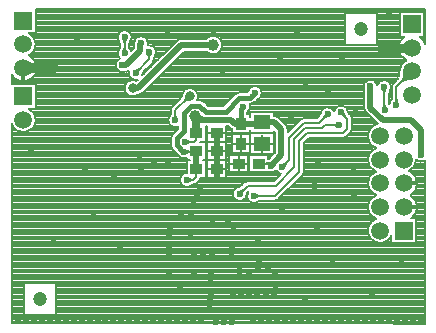
<source format=gbl>
G04*
G04 #@! TF.GenerationSoftware,Altium Limited,Altium Designer,18.1.6 (161)*
G04*
G04 Layer_Physical_Order=2*
G04 Layer_Color=16711680*
%FSLAX24Y24*%
%MOIN*%
G70*
G01*
G75*
%ADD12C,0.0079*%
%ADD40C,0.0157*%
%ADD41C,0.0472*%
%ADD44R,0.0394X0.0354*%
%ADD45R,0.0354X0.0394*%
%ADD47R,0.0571X0.0453*%
%ADD50C,0.0118*%
%ADD51C,0.0197*%
%ADD54C,0.0276*%
%ADD56C,0.0315*%
%ADD66C,0.0591*%
%ADD67R,0.0591X0.0591*%
%ADD68R,0.0591X0.0591*%
%ADD69C,0.0236*%
%ADD70C,0.0394*%
%ADD71C,0.0315*%
G36*
X27986Y36811D02*
X27954Y36811D01*
X27896Y36807D01*
X27871Y36803D01*
X27848Y36799D01*
X27828Y36793D01*
X27810Y36787D01*
X27794Y36780D01*
X27781Y36771D01*
X27770Y36762D01*
Y37175D01*
X27781Y37166D01*
X27794Y37157D01*
X27810Y37150D01*
X27828Y37144D01*
X27848Y37138D01*
X27871Y37134D01*
X27896Y37130D01*
X27954Y37126D01*
X27986Y37126D01*
Y36811D01*
D02*
G37*
G36*
X30974Y37633D02*
X30975Y37622D01*
X30976Y37611D01*
X30978Y37601D01*
X30981Y37591D01*
X30985Y37581D01*
X30990Y37571D01*
X30996Y37562D01*
X31002Y37553D01*
X31009Y37544D01*
X31018Y37535D01*
X30852D01*
X30861Y37544D01*
X30868Y37553D01*
X30874Y37562D01*
X30880Y37571D01*
X30885Y37581D01*
X30889Y37591D01*
X30892Y37601D01*
X30894Y37611D01*
X30895Y37622D01*
X30896Y37633D01*
X30974D01*
D02*
G37*
G36*
X30896Y37810D02*
X30895Y37821D01*
X30894Y37832D01*
X30892Y37842D01*
X30889Y37852D01*
X30885Y37862D01*
X30880Y37872D01*
X30874Y37881D01*
X30868Y37890D01*
X30861Y37899D01*
X30852Y37908D01*
X31018D01*
X31009Y37899D01*
X31002Y37890D01*
X30996Y37881D01*
X30990Y37872D01*
X30985Y37862D01*
X30981Y37852D01*
X30978Y37842D01*
X30976Y37832D01*
X30975Y37821D01*
X30974Y37810D01*
X30896D01*
D02*
G37*
G36*
X32661Y35410D02*
X32661Y35399D01*
X32662Y35388D01*
X32665Y35378D01*
X32668Y35367D01*
X32671Y35357D01*
X32676Y35348D01*
X32682Y35338D01*
X32688Y35329D01*
X32695Y35320D01*
X32704Y35311D01*
X32538Y35314D01*
X32547Y35322D01*
X32554Y35331D01*
X32561Y35340D01*
X32566Y35349D01*
X32571Y35359D01*
X32575Y35369D01*
X32578Y35379D01*
X32580Y35389D01*
X32582Y35400D01*
X32582Y35411D01*
X32661Y35410D01*
D02*
G37*
G36*
X31456Y36902D02*
X31448Y36894D01*
X31442Y36886D01*
X31436Y36877D01*
X31431Y36867D01*
X31427Y36858D01*
X31423Y36847D01*
X31421Y36837D01*
X31419Y36826D01*
X31418Y36814D01*
X31417Y36802D01*
X31300Y36919D01*
X31312Y36920D01*
X31324Y36921D01*
X31335Y36923D01*
X31345Y36925D01*
X31356Y36929D01*
X31365Y36933D01*
X31375Y36938D01*
X31384Y36944D01*
X31392Y36950D01*
X31400Y36958D01*
X31456Y36902D01*
D02*
G37*
G36*
X31713Y37318D02*
X31712Y37329D01*
X31711Y37339D01*
X31709Y37350D01*
X31706Y37360D01*
X31702Y37370D01*
X31697Y37380D01*
X31691Y37389D01*
X31685Y37398D01*
X31678Y37407D01*
X31669Y37416D01*
X31835D01*
X31826Y37407D01*
X31819Y37398D01*
X31813Y37389D01*
X31807Y37380D01*
X31802Y37370D01*
X31798Y37360D01*
X31795Y37350D01*
X31793Y37339D01*
X31792Y37329D01*
X31791Y37318D01*
X31713D01*
D02*
G37*
G36*
X33194Y33199D02*
X33183Y33198D01*
X33172Y33197D01*
X33162Y33195D01*
X33152Y33192D01*
X33142Y33188D01*
X33132Y33183D01*
X33123Y33178D01*
X33114Y33171D01*
X33105Y33164D01*
X33096Y33156D01*
Y33321D01*
X33105Y33313D01*
X33114Y33305D01*
X33123Y33299D01*
X33132Y33293D01*
X33142Y33288D01*
X33152Y33284D01*
X33162Y33281D01*
X33172Y33279D01*
X33183Y33278D01*
X33194Y33278D01*
Y33199D01*
D02*
G37*
G36*
X33096Y34134D02*
X33085Y34133D01*
X33074Y34132D01*
X33064Y34130D01*
X33053Y34127D01*
X33043Y34123D01*
X33034Y34118D01*
X33024Y34113D01*
X33015Y34106D01*
X33006Y34099D01*
X32998Y34091D01*
Y34256D01*
X33006Y34248D01*
X33015Y34240D01*
X33024Y34234D01*
X33034Y34228D01*
X33043Y34223D01*
X33053Y34220D01*
X33064Y34216D01*
X33074Y34214D01*
X33085Y34213D01*
X33096Y34213D01*
Y34134D01*
D02*
G37*
G36*
X32835Y34338D02*
X32844Y34328D01*
X32880Y34297D01*
X32885Y34293D01*
X32889Y34291D01*
X32892Y34290D01*
X32894Y34290D01*
X32796Y34156D01*
X32747Y34203D01*
X32835Y34338D01*
D02*
G37*
G36*
X33135Y34459D02*
X33124Y34458D01*
X33113Y34457D01*
X33103Y34455D01*
X33093Y34452D01*
X33083Y34448D01*
X33073Y34443D01*
X33064Y34437D01*
X33055Y34431D01*
X33046Y34424D01*
X33037Y34415D01*
Y34581D01*
X33046Y34572D01*
X33055Y34565D01*
X33064Y34559D01*
X33073Y34553D01*
X33083Y34548D01*
X33093Y34544D01*
X33103Y34541D01*
X33113Y34539D01*
X33124Y34538D01*
X33135Y34537D01*
Y34459D01*
D02*
G37*
G36*
X33560Y35148D02*
X33332Y35165D01*
X33471Y35392D01*
X33474Y35383D01*
X33479Y35375D01*
X33486Y35368D01*
X33495Y35362D01*
X33506Y35356D01*
X33519Y35352D01*
X33534Y35349D01*
X33551Y35346D01*
X33571Y35345D01*
X33592Y35344D01*
X33560Y35148D01*
D02*
G37*
G36*
X32901Y35890D02*
X32909Y35899D01*
X32917Y35910D01*
X32924Y35921D01*
X32931Y35934D01*
X32936Y35948D01*
X32941Y35964D01*
X32945Y35980D01*
X32949Y35997D01*
X32953Y36036D01*
X33095Y35867D01*
X33076Y35868D01*
X33058Y35868D01*
X33042Y35867D01*
X33026Y35865D01*
X33011Y35862D01*
X32997Y35858D01*
X32984Y35852D01*
X32972Y35846D01*
X32961Y35838D01*
X32952Y35829D01*
X32901Y35890D01*
D02*
G37*
G36*
X34922Y32868D02*
X34915Y32860D01*
X34908Y32852D01*
X34902Y32843D01*
X34897Y32834D01*
X34893Y32824D01*
X34889Y32814D01*
X34887Y32803D01*
X34885Y32792D01*
X34884Y32780D01*
X34884Y32769D01*
X34767Y32885D01*
X34779Y32886D01*
X34790Y32887D01*
X34801Y32889D01*
X34812Y32891D01*
X34822Y32895D01*
X34832Y32899D01*
X34841Y32904D01*
X34850Y32910D01*
X34858Y32917D01*
X34866Y32924D01*
X34922Y32868D01*
D02*
G37*
G36*
X35430Y32659D02*
X35419Y32659D01*
X35408Y32657D01*
X35398Y32655D01*
X35388Y32652D01*
X35378Y32648D01*
X35368Y32643D01*
X35359Y32638D01*
X35350Y32631D01*
X35341Y32624D01*
X35332Y32616D01*
Y32781D01*
X35341Y32773D01*
X35350Y32766D01*
X35359Y32759D01*
X35368Y32753D01*
X35378Y32749D01*
X35388Y32745D01*
X35398Y32742D01*
X35408Y32740D01*
X35419Y32738D01*
X35430Y32738D01*
Y32659D01*
D02*
G37*
G36*
X35640Y33819D02*
X35777Y33825D01*
X35690Y33693D01*
X35688Y33702D01*
X35685Y33710D01*
X35681Y33717D01*
X35676Y33723D01*
X35670Y33728D01*
X35662Y33733D01*
X35654Y33736D01*
X35644Y33738D01*
X35634Y33740D01*
X35622Y33740D01*
X35640Y33819D01*
D02*
G37*
G36*
X36348Y33762D02*
X36340Y33754D01*
X36334Y33746D01*
X36328Y33737D01*
X36323Y33728D01*
X36318Y33718D01*
X36315Y33708D01*
X36312Y33697D01*
X36310Y33686D01*
X36309Y33675D01*
X36309Y33663D01*
X36192Y33780D01*
X36204Y33780D01*
X36216Y33781D01*
X36227Y33783D01*
X36237Y33785D01*
X36247Y33789D01*
X36257Y33793D01*
X36267Y33798D01*
X36275Y33804D01*
X36284Y33811D01*
X36292Y33818D01*
X36348Y33762D01*
D02*
G37*
G36*
X34734Y35512D02*
X34768Y35649D01*
X34900Y35562D01*
X34898Y35561D01*
X34897Y35559D01*
X34896Y35555D01*
X34895Y35550D01*
X34894Y35544D01*
X34892Y35527D01*
X34892Y35491D01*
X34734Y35512D01*
D02*
G37*
G36*
X35108Y36075D02*
X35157Y36131D01*
X35274Y36014D01*
X35273Y36013D01*
X35270Y36012D01*
X35267Y36009D01*
X35258Y36001D01*
X35228Y35973D01*
X35219Y35964D01*
X35108Y36075D01*
D02*
G37*
G36*
X37540Y35322D02*
X37548Y35330D01*
X37554Y35339D01*
X37560Y35348D01*
X37565Y35357D01*
X37569Y35367D01*
X37573Y35377D01*
X37576Y35388D01*
X37577Y35399D01*
X37578Y35410D01*
X37579Y35422D01*
X37696Y35305D01*
X37684Y35305D01*
X37672Y35304D01*
X37661Y35302D01*
X37651Y35299D01*
X37640Y35296D01*
X37631Y35292D01*
X37621Y35286D01*
X37612Y35281D01*
X37604Y35274D01*
X37596Y35267D01*
X37540Y35322D01*
D02*
G37*
G36*
X40508Y36558D02*
X40463Y36557D01*
X40383Y36553D01*
X40347Y36548D01*
X40316Y36542D01*
X40287Y36535D01*
X40262Y36527D01*
X40240Y36517D01*
X40222Y36505D01*
X40207Y36493D01*
X40151Y36548D01*
X40164Y36563D01*
X40175Y36582D01*
X40185Y36604D01*
X40194Y36629D01*
X40201Y36657D01*
X40207Y36689D01*
X40211Y36724D01*
X40216Y36805D01*
X40216Y36850D01*
X40508Y36558D01*
D02*
G37*
G36*
X39661Y36236D02*
X39654Y36227D01*
X39647Y36218D01*
X39642Y36208D01*
X39637Y36199D01*
X39633Y36189D01*
X39630Y36179D01*
X39628Y36168D01*
X39626Y36157D01*
X39626Y36147D01*
X39547D01*
X39547Y36157D01*
X39546Y36168D01*
X39543Y36179D01*
X39540Y36189D01*
X39536Y36199D01*
X39532Y36208D01*
X39526Y36218D01*
X39520Y36227D01*
X39512Y36236D01*
X39504Y36244D01*
X39669D01*
X39661Y36236D01*
D02*
G37*
G36*
X40030Y35909D02*
X40031Y35899D01*
X40033Y35888D01*
X40036Y35878D01*
X40040Y35868D01*
X40045Y35859D01*
X40051Y35849D01*
X40057Y35840D01*
X40065Y35831D01*
X40073Y35823D01*
X39907D01*
X39916Y35831D01*
X39923Y35840D01*
X39930Y35849D01*
X39935Y35859D01*
X39940Y35868D01*
X39944Y35878D01*
X39947Y35888D01*
X39949Y35899D01*
X39950Y35909D01*
X39951Y35920D01*
X40030D01*
X40030Y35909D01*
D02*
G37*
G36*
X39626Y35739D02*
X39628Y35728D01*
X39630Y35718D01*
X39634Y35709D01*
X39638Y35700D01*
X39644Y35692D01*
X39650Y35685D01*
X39658Y35679D01*
X39666Y35673D01*
X39676Y35668D01*
X39520Y35613D01*
X39525Y35624D01*
X39534Y35646D01*
X39537Y35657D01*
X39543Y35678D01*
X39545Y35689D01*
X39547Y35710D01*
X39547Y35720D01*
X39626Y35750D01*
X39626Y35739D01*
D02*
G37*
G36*
X38268Y35469D02*
X38269Y35458D01*
X38271Y35447D01*
X38274Y35436D01*
X38277Y35426D01*
X38281Y35416D01*
X38286Y35407D01*
X38292Y35398D01*
X38299Y35389D01*
X38306Y35381D01*
X38251Y35326D01*
X38243Y35333D01*
X38234Y35340D01*
X38225Y35346D01*
X38216Y35351D01*
X38206Y35355D01*
X38196Y35358D01*
X38185Y35361D01*
X38174Y35363D01*
X38163Y35364D01*
X38151Y35364D01*
X38268Y35481D01*
X38268Y35469D01*
D02*
G37*
G36*
X37996Y34976D02*
X37988Y34985D01*
X37979Y34992D01*
X37970Y34998D01*
X37960Y35004D01*
X37951Y35009D01*
X37941Y35013D01*
X37931Y35016D01*
X37920Y35018D01*
X37909Y35019D01*
X37898Y35020D01*
Y35098D01*
X37909Y35099D01*
X37920Y35100D01*
X37931Y35102D01*
X37941Y35105D01*
X37951Y35109D01*
X37960Y35114D01*
X37970Y35120D01*
X37979Y35126D01*
X37988Y35134D01*
X37996Y35142D01*
Y34976D01*
D02*
G37*
D12*
X40945Y37770D02*
G03*
X40766Y38014I-434J-129D01*
G01*
X40331Y37225D02*
G03*
X40098Y36862I180J-372D01*
G01*
X40256Y38014D02*
G03*
X40331Y37225I255J-374D01*
G01*
X39823Y36329D02*
G03*
X39357Y36385I-236J0D01*
G01*
X39879Y36443D02*
G03*
X39833Y36332I111J-112D01*
G01*
X39357Y36385D02*
G03*
X38907Y36254I-233J-37D01*
G01*
X39879Y36443D02*
G03*
X39833Y36332I111J-111D01*
G01*
X39763Y36172D02*
G03*
X39823Y36329I-176J157D01*
G01*
X39814Y35895D02*
G03*
X39755Y35759I176J-157D01*
G01*
X38907Y35645D02*
G03*
X38971Y35492I217J0D01*
G01*
X38907Y35645D02*
G03*
X38971Y35492I217J0D01*
G01*
X38514Y35276D02*
G03*
X38467Y35387I-157J0D01*
G01*
X38468Y34820D02*
G03*
X38514Y34931I-111J111D01*
G01*
Y35276D02*
G03*
X38468Y35387I-157J0D01*
G01*
X38385Y35496D02*
G03*
X37915Y35513I-236J-14D01*
G01*
D02*
G03*
X37461Y35437I-219J-90D01*
G01*
X35328Y35901D02*
G03*
X35512Y36132I-52J230D01*
G01*
X36900Y35285D02*
G03*
X36788Y35239I0J-157D01*
G01*
X36900Y35285D02*
G03*
X36788Y35239I0J-157D01*
G01*
X36078Y35301D02*
G03*
X35925Y35364I-153J-153D01*
G01*
X36079Y35300D02*
G03*
X35925Y35364I-153J-153D01*
G01*
X35512Y36132D02*
G03*
X35046Y36187I-236J0D01*
G01*
X35105Y35758D02*
G03*
X35238Y35816I-6J197D01*
G01*
X34754Y36152D02*
G03*
X34615Y36094I0J-197D01*
G01*
X35105Y35758D02*
G03*
X35238Y35816I-6J197D01*
G01*
X34754Y36152D02*
G03*
X34615Y36094I0J-197D01*
G01*
X35118Y35679D02*
G03*
X35105Y35758I-236J0D01*
G01*
X35011Y35481D02*
G03*
X35118Y35679I-129J198D01*
G01*
X38467Y34820D02*
G03*
X38514Y34931I-111J112D01*
G01*
X36368Y34921D02*
G03*
X36305Y35074I-217J0D01*
G01*
X36368Y34921D02*
G03*
X36304Y35075I-217J0D01*
G01*
X38228Y34646D02*
G03*
X38340Y34692I0J157D01*
G01*
X38228Y34646D02*
G03*
X38340Y34692I0J157D01*
G01*
X34458Y34961D02*
G03*
X34518Y34918I153J153D01*
G01*
X34457Y34961D02*
G03*
X34518Y34918I153J153D01*
G01*
X40649Y33919D02*
G03*
X40945Y33870I177J156D01*
G01*
X40416Y33535D02*
G03*
X40650Y33907I-180J372D01*
G01*
X39323Y34301D02*
G03*
X39323Y33514I126J-394D01*
G01*
X39364Y35099D02*
G03*
X39323Y34301I85J-405D01*
G01*
X40689Y33120D02*
G03*
X40416Y33535I-453J0D01*
G01*
X39323Y33514D02*
G03*
X39323Y32726I126J-394D01*
G01*
X40460D02*
G03*
X40689Y33120I-224J394D01*
G01*
Y32333D02*
G03*
X40460Y32726I-453J0D01*
G01*
X40491Y31959D02*
G03*
X40689Y32333I-255J374D01*
G01*
X39323Y31939D02*
G03*
X39823Y31369I126J-394D01*
G01*
X39323Y32726D02*
G03*
X39323Y31939I126J-394D01*
G01*
X35982Y33552D02*
G03*
X36141Y33431I209J110D01*
G01*
X36863Y33402D02*
G03*
X36909Y33514I-111J112D01*
G01*
X35719Y33492D02*
G03*
X35982Y33552I89J219D01*
G01*
X36863Y33402D02*
G03*
X36909Y33514I-111J111D01*
G01*
X35937Y32541D02*
G03*
X36048Y32587I0J157D01*
G01*
X35937Y32541D02*
G03*
X36048Y32587I0J157D01*
G01*
X35039Y33199D02*
G03*
X34928Y33153I0J-157D01*
G01*
X35053Y32832D02*
G03*
X35405Y32522I195J-134D01*
G01*
X35039Y33199D02*
G03*
X34928Y33152I0J-157D01*
G01*
X34752Y33003D02*
G03*
X35001Y32754I14J-236D01*
G01*
X34193Y37726D02*
G03*
X33649Y37943I-315J0D01*
G01*
Y37510D02*
G03*
X34193Y37726I229J217D01*
G01*
X32825Y37943D02*
G03*
X32672Y37879I0J-217D01*
G01*
X32825Y37943D02*
G03*
X32671Y37879I0J-217D01*
G01*
X33386Y36024D02*
G03*
X32837Y36061I-276J0D01*
G01*
X33359Y35906D02*
G03*
X33386Y36024I-249J118D01*
G01*
X33564Y35848D02*
G03*
X33424Y35906I-139J-139D01*
G01*
X33564Y35848D02*
G03*
X33424Y35906I-139J-139D01*
G01*
X32510Y35666D02*
G03*
X32464Y35554I111J-112D01*
G01*
X32510Y35666D02*
G03*
X32464Y35554I111J-111D01*
G01*
X32446Y35388D02*
G03*
X32707Y35008I174J-160D01*
G01*
X31713Y37795D02*
G03*
X31240Y37785I-236J0D01*
G01*
X31704Y37731D02*
G03*
X31713Y37795I-227J64D01*
G01*
X31111Y37835D02*
G03*
X31171Y37992I-176J157D01*
G01*
D02*
G03*
X30759Y37835I-236J0D01*
G01*
X31928Y37343D02*
G03*
X31988Y37500I-176J157D01*
G01*
X31863Y37142D02*
G03*
X31909Y37254I-111J112D01*
G01*
X31988Y37500D02*
G03*
X31704Y37731I-236J0D01*
G01*
X31863Y37143D02*
G03*
X31909Y37254I-111J111D01*
G01*
X31153Y37542D02*
G03*
X31111Y37608I-218J-91D01*
G01*
X27972Y37756D02*
G03*
X27735Y38130I-413J0D01*
G01*
X30759Y37608D02*
G03*
X30774Y37278I176J-157D01*
G01*
Y37278D02*
G03*
X30951Y36841I83J-221D01*
G01*
X27739Y37384D02*
G03*
X27972Y37756I-180J372D01*
G01*
X28012Y36969D02*
G03*
X27739Y37384I-453J0D01*
G01*
X30974Y36841D02*
G03*
X31071Y36863I0J217D01*
G01*
X30974Y36841D02*
G03*
X31071Y36863I0J217D01*
G01*
X31525Y36733D02*
G03*
X31535Y36788I-226J68D01*
G01*
X31388Y36073D02*
G03*
X31541Y36136I0J217D01*
G01*
X31388Y36073D02*
G03*
X31541Y36137I0J217D01*
G01*
X31071Y36863D02*
G03*
X31367Y36575I228J-62D01*
G01*
X31327Y36535D02*
G03*
X31371Y36073I-126J-245D01*
G01*
X27165Y36745D02*
G03*
X28012Y36969I394J224D01*
G01*
X27972Y35236D02*
G03*
X27735Y35610I-413J0D01*
G01*
X32538Y34775D02*
G03*
X32480Y34636I139J-139D01*
G01*
X32538Y34775D02*
G03*
X32480Y34636I139J-139D01*
G01*
X32693Y34088D02*
G03*
X33012Y33958I220J85D01*
G01*
X27165Y35110D02*
G03*
X27972Y35236I394J126D01*
G01*
X32480Y34384D02*
G03*
X32538Y34245I197J0D01*
G01*
X32480Y34384D02*
G03*
X32538Y34245I197J0D01*
G01*
X33438Y33235D02*
G03*
X33476Y33297I-111J112D01*
G01*
X33438Y33235D02*
G03*
X33476Y33297I-111J111D01*
G01*
X33219Y33081D02*
G03*
X33330Y33127I0J157D01*
G01*
X33219Y33081D02*
G03*
X33330Y33127I0J157D01*
G01*
X33012Y33474D02*
G03*
X33169Y33062I0J-236D01*
G01*
X40945Y37770D02*
Y38937D01*
X40098Y38841D02*
X40924D01*
X40839Y37953D02*
X40945D01*
X40899Y37874D02*
X40945D01*
X40766Y38014D02*
X40924D01*
X40098D02*
Y38841D01*
X40924Y38014D02*
Y38841D01*
X39331Y38268D02*
X40098D01*
Y38014D02*
X40256D01*
X40095Y36808D02*
X40095Y36850D01*
X40091Y36735D02*
X40095Y36808D01*
X39879Y36443D02*
X40056Y36620D01*
X39701Y36535D02*
X39971D01*
X39785Y36457D02*
X39892D01*
X39334D02*
X39388D01*
X39331Y38425D02*
X40098D01*
X39331Y38346D02*
X40098D01*
X39331Y38189D02*
X40098D01*
X39331Y38031D02*
X40098D01*
X39331Y37953D02*
X40183D01*
X39331Y38110D02*
X40098D01*
X39331Y38740D02*
X40098D01*
X39331Y38661D02*
X40098D01*
X38287Y38789D02*
X39331Y38789D01*
Y38504D02*
X40098D01*
X39331Y38583D02*
X40098D01*
X39331Y37874D02*
X40123D01*
X39331Y37795D02*
X40086D01*
X34193Y37716D02*
X40065D01*
X34145Y37559D02*
X40066D01*
X34074Y37480D02*
X40087D01*
X38287Y37736D02*
X39331Y37736D01*
X39331Y38789D01*
X34180Y37638D02*
X40058D01*
X39268Y36535D02*
X39472D01*
X39833Y35934D02*
Y36332D01*
X39797Y36220D02*
X39833D01*
X39746Y36142D02*
X39833D01*
X39744Y36063D02*
X39833D01*
X39744Y35984D02*
X39833D01*
X39744Y35766D02*
Y36133D01*
X38907Y35645D02*
Y36254D01*
X39744Y35905D02*
X39820D01*
X38514Y35276D02*
X39188D01*
X38971Y35492D02*
X39364Y35099D01*
X38514Y35197D02*
X39266D01*
X38514Y35039D02*
X39220D01*
X38514Y35118D02*
X39345D01*
X38514Y34931D02*
Y35276D01*
Y34961D02*
X39132D01*
X38506Y34882D02*
X39080D01*
X35343Y35905D02*
X38907D01*
X35249Y35827D02*
X38907D01*
X35108Y35748D02*
X38907D01*
X38360Y35590D02*
X38915D01*
X38294Y35669D02*
X38907D01*
X35495Y36220D02*
X38907D01*
X35512Y36142D02*
X38907D01*
X35442Y36299D02*
X38893D01*
X35502Y36063D02*
X38907D01*
X35460Y35984D02*
X38907D01*
X38493Y35354D02*
X39109D01*
X38451Y34803D02*
X39050D01*
X38372Y34724D02*
X39036D01*
X37089Y34646D02*
X39038D01*
X37010Y34567D02*
X39056D01*
X38422Y35433D02*
X39030D01*
X38384Y35512D02*
X38954D01*
X38287Y37736D02*
X38287Y38789D01*
X35118Y35669D02*
X38005D01*
X37864Y35590D02*
X37940D01*
X38400Y35455D02*
X38467Y35387D01*
X35238Y35816D02*
X35294Y35872D01*
X35108Y35492D02*
X35915D01*
Y35433D02*
X37460D01*
X35915Y35364D02*
Y35492D01*
X36900Y35285D02*
X37336D01*
X37447Y35396D01*
X35990Y35354D02*
X37405D01*
X35108Y35330D02*
Y35429D01*
Y35330D02*
Y35429D01*
X36079Y35300D02*
X36304Y35075D01*
X34097Y37953D02*
X38287D01*
X34156Y37874D02*
X38287D01*
X33956Y38031D02*
X38287D01*
X34185Y37795D02*
X38287D01*
X35018Y36156D02*
X35046Y36187D01*
X34754Y36152D02*
X35016D01*
X35101Y35590D02*
X37530D01*
X35108Y35429D02*
Y35492D01*
X35049Y35512D02*
X37478D01*
X34220Y35699D02*
X34615Y36094D01*
X35010Y35429D02*
Y35471D01*
X33713Y35699D02*
X34220D01*
X35010Y35429D02*
X35108D01*
X35010Y35433D02*
X35108D01*
X36182Y35197D02*
X36746D01*
X36368Y34819D02*
X36788Y35239D01*
X36104Y35276D02*
X36845D01*
X36333Y35039D02*
X36588D01*
X36261Y35118D02*
X36667D01*
X36365Y34961D02*
X36509D01*
X36368Y34882D02*
X36431D01*
X36368Y34819D02*
Y34921D01*
X38340Y34692D02*
X38467Y34820D01*
X35108Y34803D02*
X35935D01*
X37089Y34646D02*
X38228D01*
X35108Y34803D02*
Y34897D01*
X35915Y34803D02*
Y34851D01*
X35108Y34803D02*
Y34897D01*
Y34783D02*
X35915D01*
X35108Y34803D02*
X35915D01*
X34518Y34799D02*
Y34918D01*
Y34799D02*
X35108D01*
X34312Y34882D02*
X34518D01*
X34312Y35030D02*
X34389D01*
X34457Y34961D01*
X34312Y34961D02*
X34458D01*
X34312Y34803D02*
X34518D01*
X33997Y34793D02*
X34272D01*
X34518Y34759D02*
X35108D01*
X34312Y34724D02*
X34518D01*
X34312Y34646D02*
X34518D01*
X34312Y34567D02*
X34518D01*
X34311Y34488D02*
X34518D01*
X33721Y34793D02*
X33997D01*
X34312Y34498D02*
Y35030D01*
X33682Y34498D02*
Y35030D01*
X33997Y34537D02*
Y34793D01*
X33682Y34498D02*
X34312D01*
X40629Y33779D02*
X40945D01*
X40594Y33701D02*
X40945D01*
X40535Y33622D02*
X40945D01*
X40530Y33465D02*
X40945D01*
X40432Y33543D02*
X40945D01*
X40647Y33858D02*
X40733D01*
X40603Y33386D02*
X40945D01*
X40676Y33228D02*
X40945D01*
X40688Y33150D02*
X40945D01*
X40649Y33307D02*
X40945D01*
X40686Y33071D02*
X40945D01*
X40670Y32992D02*
X40945D01*
Y28445D02*
Y33870D01*
X36932Y34488D02*
X39091D01*
X36909Y34409D02*
X39150D01*
X36909Y34331D02*
X39253D01*
X36909Y34173D02*
X39132D01*
X36909Y34094D02*
X39080D01*
X36909Y34252D02*
X39220D01*
X36909Y34016D02*
X39050D01*
X36909Y33937D02*
X39036D01*
X36909Y34466D02*
X37089Y34646D01*
X36909Y33779D02*
X39056D01*
X36909Y33858D02*
X39038D01*
X36909Y33622D02*
X39150D01*
X36909Y33543D02*
X39253D01*
X36909Y33701D02*
X39091D01*
X36902Y33465D02*
X39220D01*
X36847Y33386D02*
X39132D01*
X36768Y33307D02*
X39080D01*
X36689Y33228D02*
X39050D01*
X36610Y33150D02*
X39036D01*
X36532Y33071D02*
X39038D01*
X36453Y32992D02*
X39056D01*
X40688Y32362D02*
X40945D01*
X40686Y32283D02*
X40945D01*
X40670Y32205D02*
X40945D01*
X40639Y32126D02*
X40945D01*
X40650Y31890D02*
X40945D01*
X40588Y32047D02*
X40945D01*
X40639Y32913D02*
X40945D01*
X40603Y32598D02*
X40945D01*
X40588Y32835D02*
X40945D01*
X40676Y32441D02*
X40945D01*
X40649Y32520D02*
X40945D01*
X40650Y31732D02*
X40945D01*
X40650Y31653D02*
X40945D01*
X40650Y31811D02*
X40945D01*
X40650Y31496D02*
X40945D01*
X40650Y31575D02*
X40945D01*
X40650Y31417D02*
X40945D01*
X40650Y31339D02*
X40945D01*
X40650Y31132D02*
Y31959D01*
Y31181D02*
X40945D01*
X40650Y31260D02*
X40945D01*
X40505Y32756D02*
X40945D01*
X36217D02*
X39253D01*
X40530Y32677D02*
X40945D01*
X36374Y32913D02*
X39091D01*
X36295Y32835D02*
X39150D01*
X36138Y32677D02*
X39220D01*
X36059Y32598D02*
X39132D01*
X35402Y32520D02*
X39080D01*
X40505Y31968D02*
X40945D01*
X40491Y31959D02*
X40650D01*
X39926Y28446D02*
X40945Y28445D01*
X39823Y31132D02*
X40650D01*
X39823D02*
Y31369D01*
X39748Y31260D02*
X39823D01*
X39644Y31181D02*
X39823D01*
X35935Y34145D02*
Y34832D01*
X35915Y34125D02*
Y34783D01*
X35512Y34439D02*
Y34744D01*
Y34439D02*
X35876D01*
X35885Y34094D02*
X35915Y34125D01*
X35108Y34094D02*
X35885D01*
X35108Y34129D02*
Y34759D01*
Y34129D02*
Y34759D01*
X34813Y34169D02*
Y34444D01*
X35512Y34134D02*
Y34439D01*
X35148D02*
X35512D01*
X35734Y33944D02*
X35885Y34094D01*
X36909Y33514D02*
Y34466D01*
X35089Y34075D02*
X35719D01*
Y34016D02*
X35806D01*
X35719Y33943D02*
Y34075D01*
X35108Y34094D02*
Y34129D01*
X35089Y33484D02*
Y34075D01*
X35049Y33484D02*
Y34075D01*
Y33937D02*
X35089D01*
X35049Y34016D02*
X35089D01*
X34813Y34444D02*
X35069D01*
X34813D02*
Y34720D01*
X34557Y34444D02*
X34813D01*
X34311Y34331D02*
X34518D01*
X34311Y34409D02*
X34518D01*
X34311Y34252D02*
X34518D01*
X33996Y34193D02*
Y34449D01*
Y34193D02*
X34272D01*
X34311Y34173D02*
X34518D01*
X33720Y34193D02*
X33996D01*
X34518Y34129D02*
X35108D01*
X34518D02*
Y34759D01*
X34311Y34094D02*
X35885D01*
X34734Y33780D02*
Y34035D01*
X34419Y34075D02*
X35049D01*
X34311Y33898D02*
Y34489D01*
X34419Y33484D02*
Y34075D01*
X33996Y33937D02*
Y34193D01*
X34311Y33937D02*
X34419D01*
X34311Y34016D02*
X34419D01*
X35089Y33484D02*
X35719D01*
X35039Y33199D02*
X35909D01*
X35049Y33779D02*
X35089D01*
X35049Y33701D02*
X35089D01*
X35049Y33858D02*
X35089D01*
X35049Y33543D02*
X35089D01*
X35049Y33622D02*
X35089D01*
X36048Y32587D02*
X36863Y33402D01*
X35909Y33199D02*
X36141Y33431D01*
X35444Y32541D02*
X35937D01*
X35016Y32795D02*
X35053Y32832D01*
X34931Y32598D02*
X35034D01*
X34459Y33780D02*
X34734D01*
X35010D01*
X34311Y33858D02*
X34419D01*
X34311Y33701D02*
X34419D01*
X34311Y33779D02*
X34419D01*
X34311Y33622D02*
X34419D01*
X33996Y33593D02*
Y33848D01*
X33681Y33898D02*
X34311D01*
X33996Y33593D02*
X34272D01*
X33720D02*
X33996D01*
X34419Y33484D02*
X35049D01*
X34311Y33465D02*
X36060D01*
X34311Y33386D02*
X36096D01*
X34311Y33307D02*
X36017D01*
X34734Y33524D02*
Y33780D01*
X34311Y33297D02*
Y33888D01*
X33996Y33337D02*
Y33593D01*
X34793Y33017D02*
X34928Y33152D01*
X34311Y33543D02*
X34419D01*
X32825Y37943D02*
X33649D01*
X32915Y37510D02*
X33649D01*
X32885Y37480D02*
X33681D01*
X32806Y37401D02*
X40126D01*
X31981Y37559D02*
X32351D01*
X31987Y37480D02*
X32272D01*
X31967Y37401D02*
X32194D01*
X32727Y37323D02*
X40188D01*
X32649Y37244D02*
X40292D01*
X32570Y37165D02*
X40240D01*
X32491Y37087D02*
X40170D01*
X32412Y37008D02*
X40128D01*
X32334Y36929D02*
X40105D01*
X32255Y36850D02*
X40095D01*
X32176Y36772D02*
X40093D01*
X32097Y36693D02*
X40085D01*
X32019Y36614D02*
X40050D01*
X27972Y38898D02*
X40945D01*
X27972Y38819D02*
X40098D01*
X27972Y38937D02*
X40945D01*
X27972Y38661D02*
X38287D01*
X27972Y38583D02*
X38287D01*
X27972Y38740D02*
X38287D01*
X27972Y38425D02*
X38287D01*
X27972Y38346D02*
X38287D01*
X27972Y38504D02*
X38287D01*
X31066Y38189D02*
X38287D01*
X27972Y38268D02*
X38287D01*
X31482Y38031D02*
X33800D01*
X31653Y37953D02*
X33659D01*
X31140Y38110D02*
X38287D01*
X31541Y36137D02*
X32915Y37510D01*
X31525Y36733D02*
X32671Y37879D01*
X31713Y37795D02*
X32587D01*
X31847Y37716D02*
X32509D01*
X31699Y37874D02*
X32666D01*
X31944Y37638D02*
X32430D01*
X31913Y37323D02*
X32115D01*
X33303Y36220D02*
X35057D01*
X33359Y36142D02*
X34692D01*
X33117Y36299D02*
X35109D01*
X33383Y36063D02*
X34584D01*
X33430Y35905D02*
X34426D01*
X33383Y35984D02*
X34505D01*
X32830Y36016D02*
X32834Y36050D01*
X33359Y35906D02*
X33424D01*
X33585Y35827D02*
X34348D01*
X33564Y35848D02*
X33713Y35699D01*
X33663Y35748D02*
X34269D01*
X33642Y35030D02*
X33682D01*
X32510Y35666D02*
X32807Y35963D01*
X32464Y35425D02*
Y35554D01*
X31940Y36535D02*
X38980D01*
X31861Y36457D02*
X38914D01*
X31783Y36378D02*
X38890D01*
X31704Y36299D02*
X33104D01*
X31625Y36220D02*
X32917D01*
X31546Y36142D02*
X32861D01*
X31358Y36063D02*
X32837D01*
X27972Y35984D02*
X32821D01*
X27972Y35827D02*
X32671D01*
X27972Y35905D02*
X32750D01*
X27972Y35748D02*
X32592D01*
X27972Y35669D02*
X32513D01*
X27772Y35590D02*
X32468D01*
X27923Y35039D02*
X32478D01*
X27867Y35512D02*
X32464D01*
X27955Y35354D02*
X32420D01*
X27971Y35276D02*
X32388D01*
X27923Y35433D02*
X32464D01*
X27971Y35197D02*
X32386D01*
X27955Y35118D02*
X32411D01*
X31168Y38031D02*
X31470D01*
X31168Y37953D02*
X31300D01*
X31140Y37874D02*
X31254D01*
X31093Y37716D02*
X31240D01*
X31093Y37647D02*
Y37796D01*
Y37795D02*
X31240D01*
X30778Y37647D02*
Y37796D01*
X31909Y37244D02*
X32036D01*
X31240Y37629D02*
Y37776D01*
X31153Y37542D02*
X31240Y37629D01*
X31095Y37638D02*
X31240D01*
X31909Y37254D02*
Y37304D01*
X27972Y38189D02*
X30804D01*
X27955Y37874D02*
X30731D01*
X27772Y38110D02*
X30730D01*
X27971Y37795D02*
X30778D01*
X27971Y37716D02*
X30778D01*
X27955Y37638D02*
X30775D01*
X27972Y38130D02*
Y38937D01*
X27735Y38130D02*
X27972D01*
X27923Y37953D02*
X30702D01*
X27867Y38031D02*
X30702D01*
X27923Y37559D02*
X30725D01*
X27841Y37323D02*
X30737D01*
X27918Y37244D02*
X30712D01*
X27867Y37480D02*
X30701D01*
X27772Y37401D02*
X30704D01*
X27967Y37165D02*
X30646D01*
X31882D02*
X31957D01*
X31807Y37087D02*
X31879D01*
X31729Y37008D02*
X31800D01*
X31650Y36929D02*
X31721D01*
X31571Y36850D02*
X31643D01*
X28010Y37008D02*
X30625D01*
X28010Y36929D02*
X30658D01*
X27996Y37087D02*
X30622D01*
X27996Y36850D02*
X30742D01*
X31549Y36829D02*
X31863Y37142D01*
X31534Y36772D02*
X31564D01*
X31327Y36535D02*
X31367Y36575D01*
X27972Y36063D02*
X31044D01*
X27972Y36142D02*
X30968D01*
X27967Y36772D02*
X31065D01*
X27918Y36693D02*
X31089D01*
X27841Y36614D02*
X31155D01*
X27691Y36535D02*
X31077D01*
X27165Y36693D02*
X27200D01*
X27165Y36535D02*
X27427D01*
X27165Y36614D02*
X27277D01*
X27972Y36378D02*
X30940D01*
X27972Y36299D02*
X30925D01*
X27165Y36457D02*
X30982D01*
X27972Y36220D02*
X30934D01*
X27165Y36437D02*
Y36745D01*
X27972Y35610D02*
Y36437D01*
X27165D02*
X27972D01*
X27735Y35610D02*
X27972D01*
X27165Y35039D02*
X27196D01*
X33642Y34882D02*
X33682D01*
X33642Y34803D02*
X33682D01*
X33642Y34961D02*
X33682D01*
X33642Y34646D02*
X33682D01*
X33681Y34489D02*
X34311D01*
X33642Y34724D02*
X33682D01*
X33642Y34567D02*
X33682D01*
X33642Y34488D02*
X33681D01*
X33642Y34409D02*
X33681D01*
X33642Y34252D02*
X33681D01*
X33642Y34331D02*
X33681D01*
X33642Y34016D02*
X33681D01*
X33642Y33937D02*
X33681D01*
X33642Y34173D02*
X33681D01*
X33681Y33297D02*
X34311D01*
X33681Y33888D02*
X34311D01*
X33681Y33898D02*
Y34489D01*
X33681Y33297D02*
Y33888D01*
X33642Y34094D02*
X33681D01*
X33642Y33307D02*
X33681D01*
X33642Y33779D02*
X33681D01*
X33431Y33228D02*
X35939D01*
X33353Y33150D02*
X34925D01*
X33182Y33071D02*
X34846D01*
X27165Y32520D02*
X35093D01*
X27165Y32441D02*
X39050D01*
X27165Y32992D02*
X34693D01*
X27165Y32835D02*
X34539D01*
X27165Y32756D02*
X34530D01*
X27165Y32913D02*
X34580D01*
X27165Y32598D02*
X34600D01*
X27165Y32677D02*
X34547D01*
X27165Y32047D02*
X39150D01*
X27165Y31968D02*
X39253D01*
X27165Y32126D02*
X39091D01*
X27165Y31811D02*
X39132D01*
X27165Y31890D02*
X39220D01*
X27165Y32283D02*
X39038D01*
X27165Y32205D02*
X39056D01*
X27165Y32362D02*
X39036D01*
X27165Y31653D02*
X39050D01*
X27165Y31732D02*
X39080D01*
X27165Y30630D02*
X40945D01*
X28632Y29764D02*
X40945D01*
X27165Y30709D02*
X40945D01*
X28632Y29606D02*
X40945D01*
X28632Y29527D02*
X40945D01*
X28632Y29685D02*
X40945D01*
X27165Y31024D02*
X40945D01*
X27165Y30945D02*
X40945D01*
X27165Y31102D02*
X40945D01*
X27165Y30787D02*
X40945D01*
X27165Y30866D02*
X40945D01*
X28632Y29370D02*
X40945D01*
X28632Y29291D02*
X40945D01*
X28632Y29449D02*
X40945D01*
X28632Y29134D02*
X40945D01*
X28632Y29213D02*
X40945D01*
X28632Y28976D02*
X40945D01*
X28632Y28898D02*
X40945D01*
X28632Y29055D02*
X40945D01*
X28632Y28819D02*
X40945D01*
X28239Y28452D02*
X39926D01*
X27165Y30551D02*
X40945D01*
X27165Y30472D02*
X40945D01*
X27165Y31181D02*
X39253D01*
X27165Y30315D02*
X40945D01*
X27165Y30394D02*
X40945D01*
X27165Y31496D02*
X39038D01*
X27165Y31417D02*
X39056D01*
X27165Y31575D02*
X39036D01*
X27165Y31260D02*
X39150D01*
X27165Y31339D02*
X39091D01*
X27165Y28740D02*
X40945D01*
X27165Y28661D02*
X40945D01*
X27165Y29842D02*
X40945D01*
X27165Y28504D02*
X40945D01*
X27165Y28583D02*
X40945D01*
X27165Y30157D02*
X40945D01*
X27165Y30079D02*
X40945D01*
X27165Y30236D02*
X40945D01*
X27165Y29921D02*
X40945D01*
X27165Y30000D02*
X40945D01*
X32707Y34944D02*
Y35008D01*
X33642Y34498D02*
Y35030D01*
X32538Y34775D02*
X32707Y34944D01*
X33463Y34498D02*
X33642D01*
X33457Y34489D02*
X33642D01*
X32665Y34115D02*
X32693Y34088D01*
X32480Y34384D02*
Y34636D01*
X32647Y34135D02*
X32692Y34091D01*
X32538Y34245D02*
X32647Y34135D01*
X33642Y33898D02*
Y34489D01*
X33642Y33297D02*
Y33888D01*
X33543Y33898D02*
X33642D01*
X33642Y33858D02*
X33681D01*
X33543Y33888D02*
X33642D01*
X33012Y33898D02*
Y33958D01*
Y33898D02*
X33110D01*
X33012Y33474D02*
Y33888D01*
X33110D01*
X27867Y34961D02*
X32707D01*
X27772Y34882D02*
X32645D01*
X27165Y34803D02*
X32566D01*
X27165Y34646D02*
X32481D01*
X27165Y34724D02*
X32501D01*
X27165Y34961D02*
X27251D01*
X27165Y34882D02*
X27346D01*
X27165Y34488D02*
X32480D01*
X27165Y34567D02*
X32480D01*
X27165Y34173D02*
X32610D01*
X27165Y34094D02*
X32686D01*
X27165Y33937D02*
X33012D01*
X27165Y34016D02*
X32737D01*
X27165Y34409D02*
X32480D01*
X27165Y28452D02*
Y35110D01*
Y34252D02*
X32531D01*
X27165Y34331D02*
X32488D01*
X33642Y33622D02*
X33681D01*
X33642Y33543D02*
X33681D01*
X33642Y33701D02*
X33681D01*
X33642Y33465D02*
X33681D01*
X33642Y33386D02*
X33681D01*
X33476Y33297D02*
X33642D01*
X27165Y33386D02*
X32827D01*
X27165Y33465D02*
X32944D01*
X33330Y33127D02*
X33438Y33235D01*
X28632Y28740D02*
X28632Y29793D01*
X27589Y29793D02*
X28632Y29793D01*
X27165Y28976D02*
X27589D01*
Y28740D02*
X27589Y29793D01*
X27165Y28898D02*
X27589D01*
Y28740D02*
X28632Y28740D01*
X27165Y28819D02*
X27589D01*
X27165Y33779D02*
X33012D01*
X27165Y33701D02*
X33012D01*
X27165Y33858D02*
X33012D01*
X27165Y33543D02*
X33012D01*
X27165Y33622D02*
X33012D01*
X27165Y33228D02*
X32776D01*
X27165Y33150D02*
X32793D01*
X27165Y33307D02*
X32786D01*
X27165Y29764D02*
X27589D01*
X27165Y33071D02*
X32845D01*
X27165Y29606D02*
X27589D01*
X27165Y29527D02*
X27589D01*
X27165Y29685D02*
X27589D01*
X27165Y28452D02*
X28239D01*
X27165Y29449D02*
X27589D01*
X27165Y29291D02*
X27589D01*
X27165Y29213D02*
X27589D01*
X27165Y29370D02*
X27589D01*
X27165Y29055D02*
X27589D01*
X27165Y29134D02*
X27589D01*
X35248Y32698D02*
Y32718D01*
X33012Y33238D02*
X33219D01*
X33327Y33346D01*
Y33593D01*
X32913Y34173D02*
X33307D01*
X33327Y34193D01*
X35738Y33780D02*
X35807Y33711D01*
X35404Y33780D02*
X35738D01*
X30935Y37451D02*
Y37992D01*
X32953Y34498D02*
X33248D01*
X33327Y34577D01*
Y34793D01*
X32620Y35228D02*
X32621Y35226D01*
Y35554D02*
X33071Y36004D01*
X31299Y36801D02*
X31752Y37254D01*
Y37500D01*
X36191Y33661D02*
X36417Y33888D01*
Y34646D01*
X36900Y35128D01*
X39990Y35738D02*
Y36332D01*
X40511Y36853D01*
X32621Y35226D02*
Y35554D01*
X34765Y32767D02*
X35039Y33041D01*
X35974D01*
X36594Y33661D01*
Y34596D01*
X36959Y34961D01*
X35248Y32698D02*
X35937D01*
X36752Y33514D01*
Y34531D01*
X37024Y34803D01*
X36900Y35128D02*
X37402D01*
X37697Y35423D01*
X36959Y34961D02*
X37510D01*
X37608Y35059D01*
X38081D01*
X37024Y34803D02*
X38228D01*
X38356Y34931D01*
Y35276D01*
X38150Y35482D02*
X38356Y35276D01*
X39587Y35600D02*
X39626Y35561D01*
X39587Y35600D02*
Y36329D01*
D40*
X34813Y35114D02*
Y35610D01*
X34882Y35679D01*
X35098Y35955D02*
X35276Y36132D01*
X34301Y35502D02*
X34754Y35955D01*
X35098D01*
X32888Y34173D02*
X32913D01*
X32677Y34384D02*
X32888Y34173D01*
X32677Y34384D02*
Y34636D01*
X33631Y35502D02*
X34301D01*
X33131Y35709D02*
X33424D01*
X33631Y35502D01*
X32677Y34636D02*
X32904Y34862D01*
Y35481D01*
X33131Y35709D01*
D41*
X38809Y38268D02*
D03*
X28110Y29272D02*
D03*
D44*
X33996Y33593D02*
D03*
X33327D02*
D03*
X33996Y34193D02*
D03*
X33327D02*
D03*
X33327Y34793D02*
D03*
X33997D02*
D03*
X35404Y33780D02*
D03*
X34734D02*
D03*
D45*
X34813Y35114D02*
D03*
Y34444D02*
D03*
D47*
X35512Y35148D02*
D03*
Y34439D02*
D03*
D50*
X40098Y37640D02*
X40511D01*
X40236Y33120D02*
X40650D01*
X40236Y32333D02*
X40650D01*
X27559Y36969D02*
X27972D01*
X27559Y36555D02*
Y36969D01*
D51*
X32825Y37726D02*
X33878D01*
X31388Y36289D02*
X32825Y37726D01*
X31201Y36289D02*
X31388D01*
X40827Y34075D02*
Y34885D01*
X40476Y35236D02*
X40827Y34885D01*
X39533Y35236D02*
X40476D01*
X33997Y33593D02*
Y34793D01*
X35807Y33711D02*
X36152Y34055D01*
Y34921D01*
X35925Y35148D02*
X36152Y34921D01*
X35512Y35148D02*
X35925D01*
X34813Y35114D02*
X35478D01*
X35512Y35148D01*
X34611Y35114D02*
X34813D01*
X34478Y35246D02*
X34611Y35114D01*
X33327Y33593D02*
Y34193D01*
X33327Y33593D02*
X33327Y33593D01*
X33278Y35325D02*
Y35354D01*
X33386Y35246D02*
X34478D01*
X33278Y35354D02*
X33327Y35304D01*
X33386Y35246D01*
X31457Y37776D02*
X31476Y37795D01*
X31457Y37539D02*
Y37776D01*
X30974Y37057D02*
X31457Y37539D01*
X30856Y37057D02*
X30974D01*
X39124Y35645D02*
X39533Y35236D01*
X39124Y35645D02*
Y36348D01*
X33996Y33593D02*
X33997Y33593D01*
X33996Y33278D02*
Y33593D01*
D54*
X33327Y34793D02*
Y35304D01*
D56*
X39491Y37640D02*
X40511D01*
X27559Y36969D02*
X28583D01*
D66*
X40511Y36065D02*
D03*
Y36853D02*
D03*
Y37640D02*
D03*
X27559Y35236D02*
D03*
Y36969D02*
D03*
Y37756D02*
D03*
X40236Y32333D02*
D03*
Y33120D02*
D03*
Y33907D02*
D03*
Y34695D02*
D03*
X39449Y31545D02*
D03*
Y32333D02*
D03*
Y33120D02*
D03*
Y33907D02*
D03*
Y34695D02*
D03*
D67*
X40511Y38428D02*
D03*
X27559Y36024D02*
D03*
Y38543D02*
D03*
D68*
X40236Y31545D02*
D03*
D69*
X33917Y38236D02*
D03*
X32386D02*
D03*
X33132Y38661D02*
D03*
X37382Y33839D02*
D03*
X37707Y36201D02*
D03*
X34390Y34213D02*
D03*
X35248Y32698D02*
D03*
X34765Y32767D02*
D03*
X33012Y33238D02*
D03*
X32913Y34173D02*
D03*
X35807Y33711D02*
D03*
X34882Y35679D02*
D03*
X35276Y36132D02*
D03*
X30935Y37451D02*
D03*
Y37992D02*
D03*
X32953Y34498D02*
D03*
X32620Y35228D02*
D03*
X31299Y36801D02*
D03*
X31752Y37500D02*
D03*
X31476Y37795D02*
D03*
X30856Y37057D02*
D03*
X36191Y33661D02*
D03*
X37697Y35423D02*
D03*
X39587Y36329D02*
D03*
X39990Y35738D02*
D03*
X39124Y36348D02*
D03*
X40827Y34075D02*
D03*
X38081Y35059D02*
D03*
X38150Y35482D02*
D03*
X39626Y35561D02*
D03*
X33435Y32943D02*
D03*
X33356Y32667D02*
D03*
X33258Y32382D02*
D03*
X33130Y32136D02*
D03*
X32801D02*
D03*
X33146Y31476D02*
D03*
X33238Y30709D02*
D03*
X33533Y30719D02*
D03*
X33839Y30748D02*
D03*
X34518Y30974D02*
D03*
X34528Y30679D02*
D03*
X34518Y30384D02*
D03*
X34783Y30187D02*
D03*
X35069Y30177D02*
D03*
X35394Y30246D02*
D03*
X35423Y30531D02*
D03*
X35709Y30276D02*
D03*
X35945Y30089D02*
D03*
X35994Y29724D02*
D03*
X35630Y29370D02*
D03*
X35354Y29360D02*
D03*
X35081D02*
D03*
X34813Y29370D02*
D03*
X34537Y29370D02*
D03*
X35906Y29449D02*
D03*
X34242Y28514D02*
D03*
X33976D02*
D03*
X34518D02*
D03*
X33770Y28671D02*
D03*
Y28937D02*
D03*
X33789Y29222D02*
D03*
X33809Y29478D02*
D03*
Y29793D02*
D03*
X33818Y30079D02*
D03*
X33829Y30413D02*
D03*
X33895Y31781D02*
D03*
X34387Y31870D02*
D03*
X34587Y31713D02*
D03*
X34862Y31732D02*
D03*
X35148Y31732D02*
D03*
X35354Y31506D02*
D03*
X35364Y31181D02*
D03*
X35384Y30866D02*
D03*
X32786Y29685D02*
D03*
X33178Y29754D02*
D03*
X33258Y30069D02*
D03*
Y30413D02*
D03*
X32494Y29774D02*
D03*
X32402Y30089D02*
D03*
X32396Y30384D02*
D03*
X32411Y30699D02*
D03*
X32421Y31024D02*
D03*
X32425Y31348D02*
D03*
X32435Y31663D02*
D03*
X32451Y31959D02*
D03*
X32372Y33760D02*
D03*
X31919Y33770D02*
D03*
X31447Y34055D02*
D03*
X31476Y33583D02*
D03*
X30600Y34114D02*
D03*
X30591Y33350D02*
D03*
X28878Y37411D02*
D03*
X29341Y37933D02*
D03*
X36801Y31102D02*
D03*
X37333Y31554D02*
D03*
X37264Y33022D02*
D03*
X38652Y34321D02*
D03*
X38593Y33514D02*
D03*
X38573Y32746D02*
D03*
Y31959D02*
D03*
X36978Y35817D02*
D03*
X36988Y36329D02*
D03*
X36476Y35335D02*
D03*
X38661Y35465D02*
D03*
X34203Y36890D02*
D03*
X36181Y32310D02*
D03*
X36099Y37283D02*
D03*
X40797Y28533D02*
D03*
X40532D02*
D03*
X40266D02*
D03*
X40000D02*
D03*
X39203D02*
D03*
X39469D02*
D03*
X39734D02*
D03*
X38406D02*
D03*
X38671D02*
D03*
X38937D02*
D03*
X37608D02*
D03*
X37874D02*
D03*
X38140D02*
D03*
X36811D02*
D03*
X37077D02*
D03*
X37343D02*
D03*
X36014D02*
D03*
X36280D02*
D03*
X36545D02*
D03*
X35217D02*
D03*
X35482D02*
D03*
X35748D02*
D03*
X32953D02*
D03*
X33219D02*
D03*
X33484D02*
D03*
X32156D02*
D03*
X32421D02*
D03*
X32687D02*
D03*
X31358D02*
D03*
X31624D02*
D03*
X31890D02*
D03*
X30561D02*
D03*
X30827D02*
D03*
X31093D02*
D03*
X29764D02*
D03*
X30030D02*
D03*
X30295D02*
D03*
X28967D02*
D03*
X29232D02*
D03*
X29498D02*
D03*
X28169D02*
D03*
X28435D02*
D03*
X28701D02*
D03*
X27372D02*
D03*
X27638D02*
D03*
X27904D02*
D03*
X27825Y34154D02*
D03*
X29606Y33543D02*
D03*
X28228Y32608D02*
D03*
X29902Y32008D02*
D03*
X28583Y31122D02*
D03*
X30778Y30935D02*
D03*
X29596Y29754D02*
D03*
X31453Y29528D02*
D03*
X36958Y29242D02*
D03*
X37885Y30591D02*
D03*
X39193Y29390D02*
D03*
X40183Y30443D02*
D03*
X35463Y38652D02*
D03*
X36663Y38189D02*
D03*
X38189Y37264D02*
D03*
X39734Y38799D02*
D03*
X28714Y38661D02*
D03*
D70*
X33878Y37726D02*
D03*
X33278Y35354D02*
D03*
D71*
X33110Y36024D02*
D03*
X31201Y36289D02*
D03*
M02*

</source>
